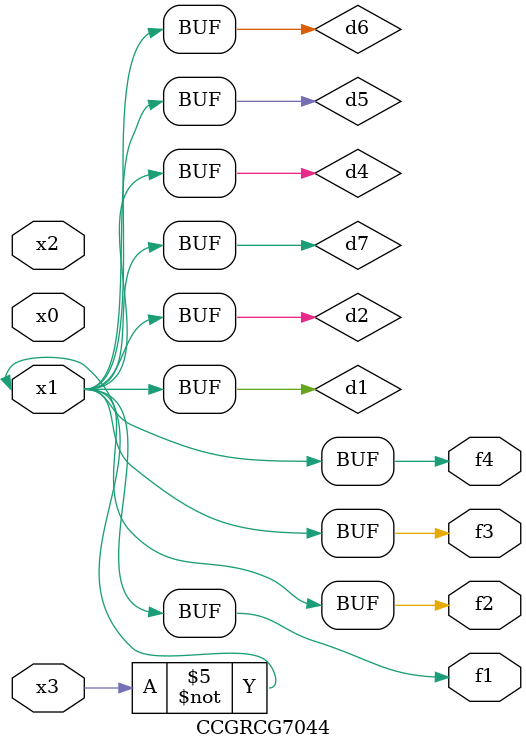
<source format=v>
module CCGRCG7044(
	input x0, x1, x2, x3,
	output f1, f2, f3, f4
);

	wire d1, d2, d3, d4, d5, d6, d7;

	not (d1, x3);
	buf (d2, x1);
	xnor (d3, d1, d2);
	nor (d4, d1);
	buf (d5, d1, d2);
	buf (d6, d4, d5);
	nand (d7, d4);
	assign f1 = d6;
	assign f2 = d7;
	assign f3 = d6;
	assign f4 = d6;
endmodule

</source>
